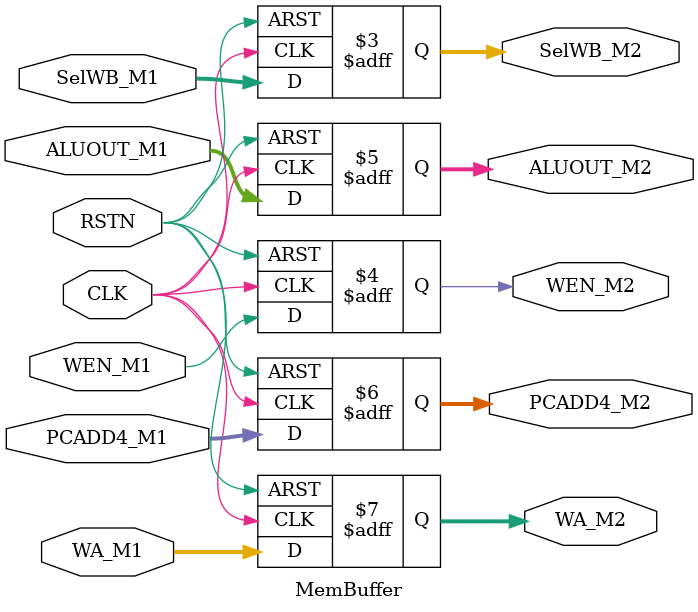
<source format=v>
module MemBuffer(
	// input
	input CLK, RSTN,
	input [1:0] SelWB_M1,
	input WEN_M1,
	input [31:0] ALUOUT_M1, PCADD4_M1,
	input [4:0] WA_M1,
	// output
	output reg [1:0] SelWB_M2,
	output reg WEN_M2, 
	output reg [31:0] ALUOUT_M2, PCADD4_M2,
	output reg [4:0] WA_M2
);

always@(posedge CLK or negedge RSTN) begin
	if(~RSTN) begin
		SelWB_M2 <= 0;  WEN_M2 <= 0;  ALUOUT_M2 <= 0; 
		PCADD4_M2 <= 0;  WA_M2 <= 0;
	end
	else begin
		SelWB_M2 <= SelWB_M1;  WEN_M2 <= WEN_M1; ALUOUT_M2 <= ALUOUT_M1; 
		PCADD4_M2 <= PCADD4_M1;  WA_M2 <= WA_M1;
	end
end
endmodule

</source>
